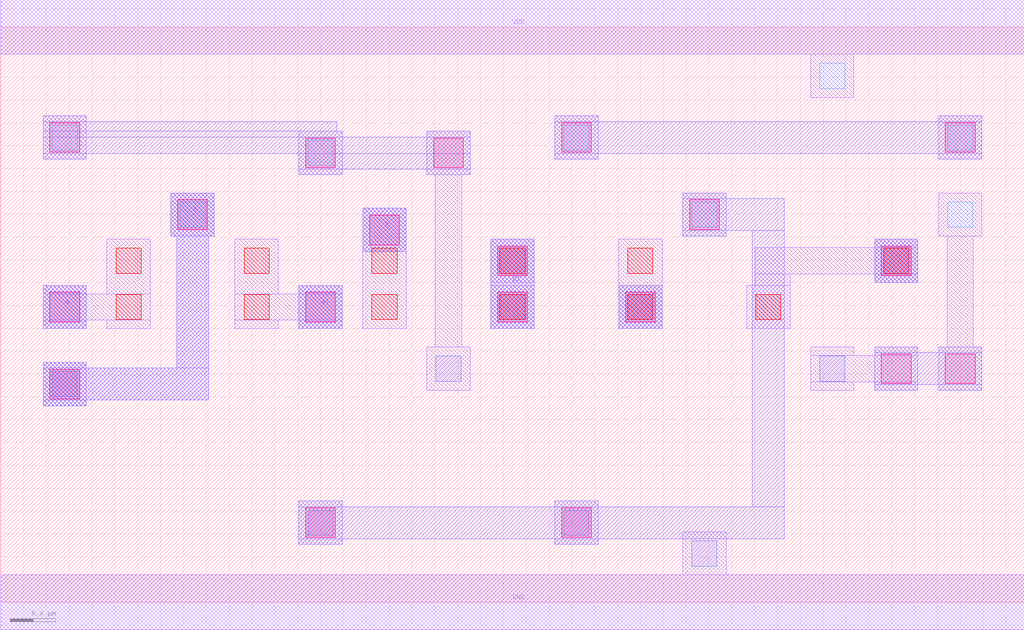
<source format=lef>
MACRO AOAOI2211
 CLASS CORE ;
 FOREIGN AOAOI2211 0 0 ;
 SIZE 8.96 BY 5.04 ;
 ORIGIN 0 0 ;
 SYMMETRY X Y R90 ;
 SITE unit ;
  PIN VDD
   DIRECTION INOUT ;
   USE POWER ;
   SHAPE ABUTMENT ;
    PORT
     CLASS CORE ;
       LAYER met1 ;
        RECT 0.00000000 4.80000000 8.96000000 5.28000000 ;
    END
  END VDD

  PIN GND
   DIRECTION INOUT ;
   USE POWER ;
   SHAPE ABUTMENT ;
    PORT
     CLASS CORE ;
       LAYER met1 ;
        RECT 0.00000000 -0.24000000 8.96000000 0.24000000 ;
    END
  END GND

  PIN Y
   DIRECTION INOUT ;
   USE SIGNAL ;
   SHAPE ABUTMENT ;
    PORT
     CLASS CORE ;
       LAYER met2 ;
        RECT 0.37000000 1.72200000 0.75000000 1.77200000 ;
        RECT 0.37000000 1.77200000 1.82000000 2.05200000 ;
        RECT 0.37000000 2.05200000 0.75000000 2.10200000 ;
        RECT 1.54000000 2.05200000 1.82000000 3.20700000 ;
        RECT 1.49000000 3.20700000 1.87000000 3.58700000 ;
    END
  END Y

  PIN A1
   DIRECTION INOUT ;
   USE SIGNAL ;
   SHAPE ABUTMENT ;
    PORT
     CLASS CORE ;
       LAYER met2 ;
        RECT 2.61000000 2.39700000 2.99000000 2.77700000 ;
    END
  END A1

  PIN B
   DIRECTION INOUT ;
   USE SIGNAL ;
   SHAPE ABUTMENT ;
    PORT
     CLASS CORE ;
       LAYER met2 ;
        RECT 3.17000000 3.07200000 3.55000000 3.45200000 ;
    END
  END B

  PIN A
   DIRECTION INOUT ;
   USE SIGNAL ;
   SHAPE ABUTMENT ;
    PORT
     CLASS CORE ;
       LAYER met2 ;
        RECT 0.37000000 2.39700000 0.75000000 2.77700000 ;
    END
  END A

  PIN D
   DIRECTION INOUT ;
   USE SIGNAL ;
   SHAPE ABUTMENT ;
    PORT
     CLASS CORE ;
       LAYER met2 ;
        RECT 7.65000000 2.80200000 8.03000000 3.18200000 ;
    END
  END D

  PIN C
   DIRECTION INOUT ;
   USE SIGNAL ;
   SHAPE ABUTMENT ;
    PORT
     CLASS CORE ;
       LAYER met2 ;
        RECT 5.41000000 2.39700000 5.79000000 2.77700000 ;
    END
  END C

  PIN B1
   DIRECTION INOUT ;
   USE SIGNAL ;
   SHAPE ABUTMENT ;
    PORT
     CLASS CORE ;
       LAYER met2 ;
        RECT 4.29000000 2.39700000 4.67000000 3.18200000 ;
    END
  END B1

 OBS
    LAYER polycont ;
     RECT 1.01000000 2.47700000 1.23000000 2.69700000 ;
     RECT 2.13000000 2.47700000 2.35000000 2.69700000 ;
     RECT 3.25000000 2.47700000 3.47000000 2.69700000 ;
     RECT 4.37000000 2.47700000 4.59000000 2.69700000 ;
     RECT 5.49000000 2.47700000 5.71000000 2.69700000 ;
     RECT 6.61000000 2.47700000 6.83000000 2.69700000 ;
     RECT 1.01000000 2.88200000 1.23000000 3.10200000 ;
     RECT 2.13000000 2.88200000 2.35000000 3.10200000 ;
     RECT 3.25000000 2.88200000 3.47000000 3.10200000 ;
     RECT 4.37000000 2.88200000 4.59000000 3.10200000 ;
     RECT 5.49000000 2.88200000 5.71000000 3.10200000 ;
     RECT 7.73000000 2.88200000 7.95000000 3.10200000 ;

    LAYER pdiffc ;
     RECT 1.57000000 3.28700000 1.79000000 3.50700000 ;
     RECT 6.05000000 3.28700000 6.27000000 3.50700000 ;
     RECT 8.29000000 3.28700000 8.51000000 3.50700000 ;
     RECT 2.69000000 3.82700000 2.91000000 4.04700000 ;
     RECT 0.45000000 3.96200000 0.67000000 4.18200000 ;
     RECT 4.93000000 3.96200000 5.15000000 4.18200000 ;
     RECT 8.29000000 3.96200000 8.51000000 4.18200000 ;
     RECT 7.17000000 4.50200000 7.39000000 4.72200000 ;

    LAYER ndiffc ;
     RECT 6.05000000 0.31700000 6.27000000 0.53700000 ;
     RECT 2.69000000 0.58700000 2.91000000 0.80700000 ;
     RECT 4.93000000 0.58700000 5.15000000 0.80700000 ;
     RECT 0.45000000 1.80200000 0.67000000 2.02200000 ;
     RECT 3.81000000 1.93700000 4.03000000 2.15700000 ;
     RECT 7.17000000 1.93700000 7.39000000 2.15700000 ;

    LAYER met1 ;
     RECT 0.00000000 -0.24000000 8.96000000 0.24000000 ;
     RECT 5.97000000 0.24000000 6.35000000 0.61700000 ;
     RECT 2.61000000 0.50700000 2.99000000 0.88700000 ;
     RECT 4.85000000 0.50700000 5.23000000 0.88700000 ;
     RECT 0.37000000 1.72200000 0.75000000 2.10200000 ;
     RECT 7.09000000 1.85700000 7.47000000 1.93200000 ;
     RECT 7.65000000 1.85700000 8.03000000 1.93200000 ;
     RECT 7.09000000 1.93200000 8.03000000 2.16200000 ;
     RECT 7.09000000 2.16200000 7.47000000 2.23700000 ;
     RECT 7.65000000 2.16200000 8.03000000 2.23700000 ;
     RECT 4.29000000 2.39700000 4.67000000 2.77700000 ;
     RECT 0.37000000 2.39700000 0.75000000 2.47200000 ;
     RECT 0.93000000 2.39700000 1.31000000 2.47200000 ;
     RECT 0.37000000 2.47200000 1.31000000 2.70200000 ;
     RECT 0.37000000 2.70200000 0.75000000 2.77700000 ;
     RECT 0.93000000 2.70200000 1.31000000 3.18200000 ;
     RECT 2.05000000 2.39700000 2.43000000 2.47200000 ;
     RECT 2.61000000 2.39700000 2.99000000 2.47200000 ;
     RECT 2.05000000 2.47200000 2.99000000 2.70200000 ;
     RECT 2.61000000 2.70200000 2.99000000 2.77700000 ;
     RECT 2.05000000 2.70200000 2.43000000 3.18200000 ;
     RECT 4.29000000 2.80200000 4.67000000 3.18200000 ;
     RECT 5.41000000 2.39700000 5.79000000 3.18200000 ;
     RECT 6.53000000 2.39700000 6.91000000 2.77700000 ;
     RECT 6.60500000 2.77700000 6.91000000 2.87700000 ;
     RECT 7.65000000 2.80200000 8.03000000 2.87700000 ;
     RECT 6.60500000 2.87700000 8.03000000 3.10700000 ;
     RECT 7.65000000 3.10700000 8.03000000 3.18200000 ;
     RECT 3.17000000 2.39700000 3.55000000 3.45200000 ;
     RECT 1.49000000 3.20700000 1.87000000 3.58700000 ;
     RECT 5.97000000 3.20700000 6.35000000 3.58700000 ;
     RECT 8.21000000 1.85700000 8.59000000 2.23700000 ;
     RECT 8.28500000 2.23700000 8.51500000 3.20700000 ;
     RECT 8.21000000 3.20700000 8.59000000 3.58700000 ;
     RECT 2.61000000 3.74700000 2.99000000 4.12700000 ;
     RECT 3.73000000 1.85700000 4.11000000 2.23700000 ;
     RECT 3.80500000 2.23700000 4.03500000 3.74700000 ;
     RECT 3.73000000 3.74700000 4.11000000 4.12700000 ;
     RECT 0.37000000 3.88200000 0.75000000 4.26200000 ;
     RECT 4.85000000 3.88200000 5.23000000 4.26200000 ;
     RECT 8.21000000 3.88200000 8.59000000 4.26200000 ;
     RECT 7.09000000 4.42200000 7.47000000 4.80000000 ;
     RECT 0.00000000 4.80000000 8.96000000 5.28000000 ;

    LAYER via1 ;
     RECT 2.67000000 0.56700000 2.93000000 0.82700000 ;
     RECT 4.91000000 0.56700000 5.17000000 0.82700000 ;
     RECT 0.43000000 1.78200000 0.69000000 2.04200000 ;
     RECT 7.71000000 1.91700000 7.97000000 2.17700000 ;
     RECT 8.27000000 1.91700000 8.53000000 2.17700000 ;
     RECT 0.43000000 2.45700000 0.69000000 2.71700000 ;
     RECT 2.67000000 2.45700000 2.93000000 2.71700000 ;
     RECT 4.35000000 2.45700000 4.61000000 2.71700000 ;
     RECT 5.47000000 2.45700000 5.73000000 2.71700000 ;
     RECT 4.35000000 2.86200000 4.61000000 3.12200000 ;
     RECT 7.71000000 2.86200000 7.97000000 3.12200000 ;
     RECT 3.23000000 3.13200000 3.49000000 3.39200000 ;
     RECT 1.55000000 3.26700000 1.81000000 3.52700000 ;
     RECT 6.03000000 3.26700000 6.29000000 3.52700000 ;
     RECT 2.67000000 3.80700000 2.93000000 4.06700000 ;
     RECT 3.79000000 3.80700000 4.05000000 4.06700000 ;
     RECT 0.43000000 3.94200000 0.69000000 4.20200000 ;
     RECT 4.91000000 3.94200000 5.17000000 4.20200000 ;
     RECT 8.27000000 3.94200000 8.53000000 4.20200000 ;

    LAYER met2 ;
     RECT 7.65000000 1.85700000 8.03000000 1.90700000 ;
     RECT 8.21000000 1.85700000 8.59000000 1.90700000 ;
     RECT 7.65000000 1.90700000 8.59000000 2.18700000 ;
     RECT 7.65000000 2.18700000 8.03000000 2.23700000 ;
     RECT 8.21000000 2.18700000 8.59000000 2.23700000 ;
     RECT 0.37000000 2.39700000 0.75000000 2.77700000 ;
     RECT 2.61000000 2.39700000 2.99000000 2.77700000 ;
     RECT 5.41000000 2.39700000 5.79000000 2.77700000 ;
     RECT 4.29000000 2.39700000 4.67000000 3.18200000 ;
     RECT 7.65000000 2.80200000 8.03000000 3.18200000 ;
     RECT 3.17000000 3.07200000 3.55000000 3.45200000 ;
     RECT 0.37000000 1.72200000 0.75000000 1.77200000 ;
     RECT 0.37000000 1.77200000 1.82000000 2.05200000 ;
     RECT 0.37000000 2.05200000 0.75000000 2.10200000 ;
     RECT 1.54000000 2.05200000 1.82000000 3.20700000 ;
     RECT 1.49000000 3.20700000 1.87000000 3.58700000 ;
     RECT 2.61000000 0.50700000 2.99000000 0.55700000 ;
     RECT 4.85000000 0.50700000 5.23000000 0.55700000 ;
     RECT 2.61000000 0.55700000 6.86000000 0.83700000 ;
     RECT 2.61000000 0.83700000 2.99000000 0.88700000 ;
     RECT 4.85000000 0.83700000 5.23000000 0.88700000 ;
     RECT 5.97000000 3.20700000 6.35000000 3.25700000 ;
     RECT 6.58000000 0.83700000 6.86000000 3.25700000 ;
     RECT 5.97000000 3.25700000 6.86000000 3.53700000 ;
     RECT 5.97000000 3.53700000 6.35000000 3.58700000 ;
     RECT 2.61000000 3.74700000 2.99000000 3.79700000 ;
     RECT 3.73000000 3.74700000 4.11000000 3.79700000 ;
     RECT 0.37000000 3.88200000 0.75000000 3.93200000 ;
     RECT 2.61000000 3.79700000 4.11000000 3.93200000 ;
     RECT 0.37000000 3.93200000 4.11000000 4.07700000 ;
     RECT 0.37000000 4.07700000 2.99000000 4.12700000 ;
     RECT 3.73000000 4.07700000 4.11000000 4.12700000 ;
     RECT 0.37000000 4.12700000 2.94000000 4.21200000 ;
     RECT 0.37000000 4.21200000 0.75000000 4.26200000 ;
     RECT 4.85000000 3.88200000 5.23000000 3.93200000 ;
     RECT 8.21000000 3.88200000 8.59000000 3.93200000 ;
     RECT 4.85000000 3.93200000 8.59000000 4.21200000 ;
     RECT 4.85000000 4.21200000 5.23000000 4.26200000 ;
     RECT 8.21000000 4.21200000 8.59000000 4.26200000 ;

 END
END AOAOI2211

</source>
